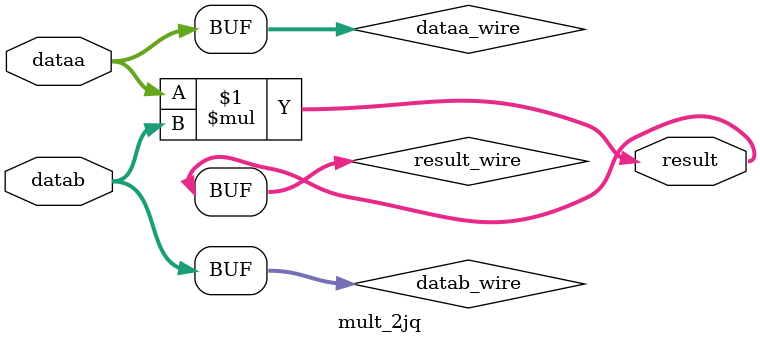
<source format=v>






//synthesis_resources = 
//synopsys translate_off
`timescale 1 ps / 1 ps
//synopsys translate_on
module  mult_2jq
	( 
	dataa,
	datab,
	result) /* synthesis synthesis_clearbox=1 */;
	input   [7:0]  dataa;
	input   [9:0]  datab;
	output   [17:0]  result;

	wire signed	[7:0]    dataa_wire;
	wire signed	[9:0]    datab_wire;
	wire signed	[17:0]    result_wire;



	assign dataa_wire = dataa;
	assign datab_wire = datab;
	assign result_wire = dataa_wire * datab_wire;
	assign result = ({result_wire[17:0]});

endmodule //mult_2jq
//VALID FILE

</source>
